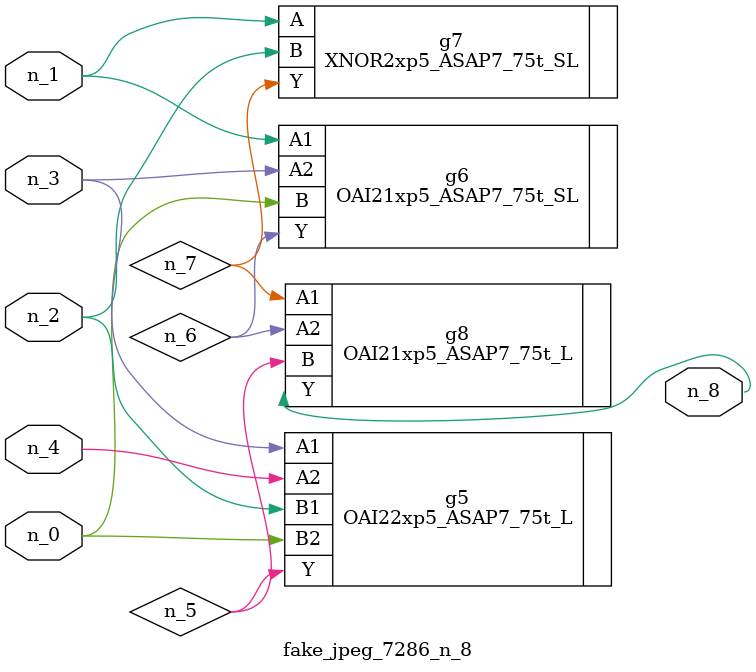
<source format=v>
module fake_jpeg_7286_n_8 (n_3, n_2, n_1, n_0, n_4, n_8);

input n_3;
input n_2;
input n_1;
input n_0;
input n_4;

output n_8;

wire n_6;
wire n_5;
wire n_7;

OAI22xp5_ASAP7_75t_L g5 ( 
.A1(n_3),
.A2(n_4),
.B1(n_2),
.B2(n_0),
.Y(n_5)
);

OAI21xp5_ASAP7_75t_SL g6 ( 
.A1(n_1),
.A2(n_3),
.B(n_0),
.Y(n_6)
);

XNOR2xp5_ASAP7_75t_SL g7 ( 
.A(n_1),
.B(n_2),
.Y(n_7)
);

OAI21xp5_ASAP7_75t_L g8 ( 
.A1(n_7),
.A2(n_6),
.B(n_5),
.Y(n_8)
);


endmodule
</source>
